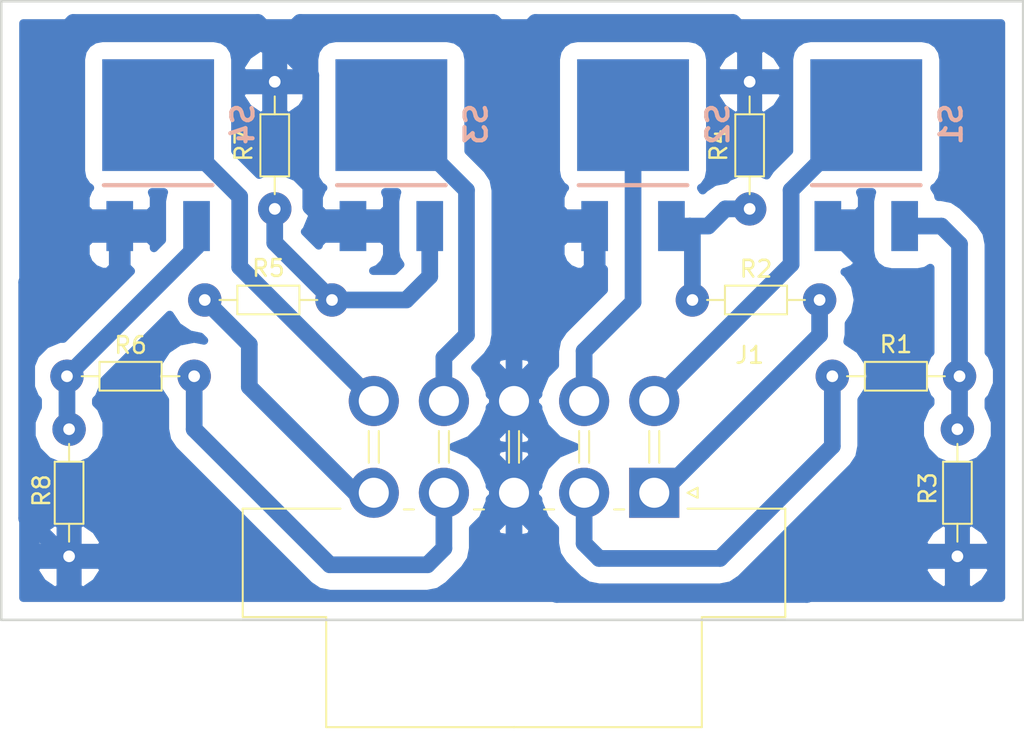
<source format=kicad_pcb>
(kicad_pcb (version 4) (host pcbnew 4.0.7-e2-6376~58~ubuntu16.04.1)

  (general
    (links 25)
    (no_connects 0)
    (area 113.970999 77.902999 175.335001 115.137001)
    (thickness 1.6)
    (drawings 5)
    (tracks 97)
    (zones 0)
    (modules 13)
    (nets 14)
  )

  (page A4)
  (title_block
    (title "EasyInjection Board")
    (date 2018-03-11)
    (rev v1.0)
    (company ddo)
    (comment 2 "To high-z injectors")
    (comment 3 "Based on VND5N07")
    (comment 4 "Fuel injectors drivers")
  )

  (layers
    (0 F.Cu signal)
    (31 B.Cu signal)
    (32 B.Adhes user)
    (33 F.Adhes user)
    (34 B.Paste user)
    (35 F.Paste user)
    (36 B.SilkS user)
    (37 F.SilkS user)
    (38 B.Mask user)
    (39 F.Mask user)
    (40 Dwgs.User user)
    (41 Cmts.User user)
    (42 Eco1.User user)
    (43 Eco2.User user)
    (44 Edge.Cuts user)
    (45 Margin user)
    (46 B.CrtYd user)
    (47 F.CrtYd user)
    (48 B.Fab user)
    (49 F.Fab user)
  )

  (setup
    (last_trace_width 1)
    (trace_clearance 0.5)
    (zone_clearance 1)
    (zone_45_only no)
    (trace_min 1)
    (segment_width 0.2)
    (edge_width 0.15)
    (via_size 0.6)
    (via_drill 0.4)
    (via_min_size 0.4)
    (via_min_drill 0.3)
    (uvia_size 0.3)
    (uvia_drill 0.1)
    (uvias_allowed no)
    (uvia_min_size 0.2)
    (uvia_min_drill 0.1)
    (pcb_text_width 0.3)
    (pcb_text_size 1.5 1.5)
    (mod_edge_width 0.15)
    (mod_text_size 1 1)
    (mod_text_width 0.15)
    (pad_size 1.524 1.524)
    (pad_drill 0.762)
    (pad_to_mask_clearance 0.2)
    (aux_axis_origin 0 0)
    (visible_elements FFFFFF7F)
    (pcbplotparams
      (layerselection 0x00030_80000001)
      (usegerberextensions false)
      (excludeedgelayer true)
      (linewidth 0.100000)
      (plotframeref false)
      (viasonmask false)
      (mode 1)
      (useauxorigin false)
      (hpglpennumber 1)
      (hpglpenspeed 20)
      (hpglpendiameter 15)
      (hpglpenoverlay 2)
      (psnegative false)
      (psa4output false)
      (plotreference true)
      (plotvalue true)
      (plotinvisibletext false)
      (padsonsilk false)
      (subtractmaskfromsilk false)
      (outputformat 1)
      (mirror false)
      (drillshape 1)
      (scaleselection 1)
      (outputdirectory ""))
  )

  (net 0 "")
  (net 1 CTRL_1)
  (net 2 CTRL_2)
  (net 3 CTRL_3)
  (net 4 CTRL_4)
  (net 5 GNDPWR)
  (net 6 OUT_1)
  (net 7 OUT_2)
  (net 8 OUT_3)
  (net 9 OUT_4)
  (net 10 "Net-(R1-Pad1)")
  (net 11 "Net-(R2-Pad1)")
  (net 12 "Net-(R5-Pad1)")
  (net 13 "Net-(R6-Pad1)")

  (net_class Default "This is the default net class."
    (clearance 0.5)
    (trace_width 1)
    (via_dia 0.6)
    (via_drill 0.4)
    (uvia_dia 0.3)
    (uvia_drill 0.1)
    (add_net CTRL_1)
    (add_net CTRL_2)
    (add_net CTRL_3)
    (add_net CTRL_4)
    (add_net GNDPWR)
    (add_net "Net-(R1-Pad1)")
    (add_net "Net-(R2-Pad1)")
    (add_net "Net-(R5-Pad1)")
    (add_net "Net-(R6-Pad1)")
    (add_net OUT_1)
    (add_net OUT_2)
    (add_net OUT_3)
    (add_net OUT_4)
  )

  (module Connectors_Molex:Molex_MiniFit-JR-5569-10A1_2x05x4.20mm_Angled (layer F.Cu) (tedit 5AA5888E) (tstamp 5AA56EDB)
    (at 153.162 107.442 180)
    (descr "Molex Mini-Fit JR, PN:5569-10A1, dual row, side entry type, through hole, with screw mount")
    (tags "connector molex mini-fit 5569")
    (path /5AA55E71)
    (fp_text reference J1 (at -5.715 8.255 180) (layer F.SilkS)
      (effects (font (size 1 1) (thickness 0.15)))
    )
    (fp_text value Conn_02x05_Top_Bottom (at 8.382 8.255 180) (layer F.Fab)
      (effects (font (size 1 1) (thickness 0.15)))
    )
    (fp_line (start 8.4 -14.05) (end -2.85 -14.05) (layer F.SilkS) (width 0.12))
    (fp_line (start -2.85 -14.05) (end -2.85 -7.45) (layer F.SilkS) (width 0.12))
    (fp_line (start -2.85 -7.45) (end -7.85 -7.45) (layer F.SilkS) (width 0.12))
    (fp_line (start -7.85 -7.45) (end -7.85 -0.95) (layer F.SilkS) (width 0.12))
    (fp_line (start -7.85 -0.95) (end -2 -0.95) (layer F.SilkS) (width 0.12))
    (fp_line (start 8.4 -14.05) (end 19.65 -14.05) (layer F.SilkS) (width 0.12))
    (fp_line (start 19.65 -14.05) (end 19.65 -7.45) (layer F.SilkS) (width 0.12))
    (fp_line (start 19.65 -7.45) (end 24.65 -7.45) (layer F.SilkS) (width 0.12))
    (fp_line (start 24.65 -7.45) (end 24.65 -0.95) (layer F.SilkS) (width 0.12))
    (fp_line (start 24.65 -0.95) (end 18.8 -0.95) (layer F.SilkS) (width 0.12))
    (fp_line (start 8.4 -13.9) (end -2.7 -13.9) (layer F.Fab) (width 0.1))
    (fp_line (start -2.7 -13.9) (end -2.7 -7.3) (layer F.Fab) (width 0.1))
    (fp_line (start -2.7 -7.3) (end -7.7 -7.3) (layer F.Fab) (width 0.1))
    (fp_line (start -7.7 -7.3) (end -7.7 -1.1) (layer F.Fab) (width 0.1))
    (fp_line (start -7.7 -1.1) (end 8.4 -1.1) (layer F.Fab) (width 0.1))
    (fp_line (start 8.4 -13.9) (end 19.5 -13.9) (layer F.Fab) (width 0.1))
    (fp_line (start 19.5 -13.9) (end 19.5 -7.3) (layer F.Fab) (width 0.1))
    (fp_line (start 19.5 -7.3) (end 24.5 -7.3) (layer F.Fab) (width 0.1))
    (fp_line (start 24.5 -7.3) (end 24.5 -1.1) (layer F.Fab) (width 0.1))
    (fp_line (start 24.5 -1.1) (end 8.4 -1.1) (layer F.Fab) (width 0.1))
    (fp_line (start -8.19 -14.39) (end -8.19 7.5) (layer F.CrtYd) (width 0.05))
    (fp_line (start -8.19 7.5) (end 25 7.5) (layer F.CrtYd) (width 0.05))
    (fp_line (start 25 7.5) (end 25 -14.39) (layer F.CrtYd) (width 0.05))
    (fp_line (start 25 -14.39) (end -8.19 -14.39) (layer F.CrtYd) (width 0.05))
    (fp_line (start -0.3 1.8) (end -0.3 3.7) (layer F.SilkS) (width 0.12))
    (fp_line (start 0.3 1.8) (end 0.3 3.7) (layer F.SilkS) (width 0.12))
    (fp_line (start 3.9 1.8) (end 3.9 3.7) (layer F.SilkS) (width 0.12))
    (fp_line (start 4.5 1.8) (end 4.5 3.7) (layer F.SilkS) (width 0.12))
    (fp_line (start 8.1 1.8) (end 8.1 3.7) (layer F.SilkS) (width 0.12))
    (fp_line (start 8.7 1.8) (end 8.7 3.7) (layer F.SilkS) (width 0.12))
    (fp_line (start 12.3 1.8) (end 12.3 3.7) (layer F.SilkS) (width 0.12))
    (fp_line (start 12.9 1.8) (end 12.9 3.7) (layer F.SilkS) (width 0.12))
    (fp_line (start 16.5 1.8) (end 16.5 3.7) (layer F.SilkS) (width 0.12))
    (fp_line (start 17.1 1.8) (end 17.1 3.7) (layer F.SilkS) (width 0.12))
    (fp_line (start 1.8 -1) (end 2.4 -1) (layer F.SilkS) (width 0.12))
    (fp_line (start 6 -1) (end 6.6 -1) (layer F.SilkS) (width 0.12))
    (fp_line (start 10.2 -1) (end 10.8 -1) (layer F.SilkS) (width 0.12))
    (fp_line (start 14.4 -1) (end 15 -1) (layer F.SilkS) (width 0.12))
    (fp_line (start -2 0) (end -2.6 0.3) (layer F.SilkS) (width 0.12))
    (fp_line (start -2.6 0.3) (end -2.6 -0.3) (layer F.SilkS) (width 0.12))
    (fp_line (start -2.6 -0.3) (end -2 0) (layer F.SilkS) (width 0.12))
    (fp_line (start -2 0) (end -2.6 0.3) (layer F.Fab) (width 0.1))
    (fp_line (start -2.6 0.3) (end -2.6 -0.3) (layer F.Fab) (width 0.1))
    (fp_line (start -2.6 -0.3) (end -2 0) (layer F.Fab) (width 0.1))
    (fp_text user %R (at 8.4 -4.5 180) (layer F.Fab)
      (effects (font (size 1 1) (thickness 0.15)))
    )
    (pad 1 thru_hole rect (at 0 0 180) (size 3 3) (drill 1.8) (layers *.Cu *.Mask)
      (net 2 CTRL_2))
    (pad 2 thru_hole circle (at 4.2 0 180) (size 3 3) (drill 1.8) (layers *.Cu *.Mask)
      (net 1 CTRL_1))
    (pad 3 thru_hole circle (at 8.4 0 180) (size 3 3) (drill 1.8) (layers *.Cu *.Mask)
      (net 5 GNDPWR))
    (pad 4 thru_hole circle (at 12.6 0 180) (size 3 3) (drill 1.8) (layers *.Cu *.Mask)
      (net 4 CTRL_4))
    (pad 5 thru_hole circle (at 16.8 0 180) (size 3 3) (drill 1.8) (layers *.Cu *.Mask)
      (net 3 CTRL_3))
    (pad 6 thru_hole circle (at 0 5.5 180) (size 3 3) (drill 1.8) (layers *.Cu *.Mask)
      (net 6 OUT_1))
    (pad 7 thru_hole circle (at 4.2 5.5 180) (size 3 3) (drill 1.8) (layers *.Cu *.Mask)
      (net 7 OUT_2))
    (pad 8 thru_hole circle (at 8.4 5.5 180) (size 3 3) (drill 1.8) (layers *.Cu *.Mask)
      (net 5 GNDPWR))
    (pad 9 thru_hole circle (at 12.6 5.5 180) (size 3 3) (drill 1.8) (layers *.Cu *.Mask)
      (net 8 OUT_3))
    (pad 10 thru_hole circle (at 16.8 5.5 180) (size 3 3) (drill 1.8) (layers *.Cu *.Mask)
      (net 9 OUT_4))
    (model ${KISYS3DMOD}/Connectors_Molex.3dshapes/Molex_MiniFit-JR-5569-10A1_2x05x4.20mm_Angled.wrl
      (at (xyz 0 0 0))
      (scale (xyz 1 1 1))
      (rotate (xyz 0 0 0))
    )
  )

  (module "VND5N07:VND5N07_TO-252-(DPAK)" (layer B.Cu) (tedit 5AA5755B) (tstamp 5AA57656)
    (at 165.862 82.804 270)
    (descr "TO-252-(DPAK)")
    (tags Switch)
    (path /5AA5495E)
    (attr smd)
    (fp_text reference S1 (at 2.54 -5.08 270) (layer B.SilkS)
      (effects (font (size 1.27 1.27) (thickness 0.254)) (justify mirror))
    )
    (fp_text value VND5N07 (at 2.54 5.08 270) (layer B.SilkS) hide
      (effects (font (size 1.27 1.27) (thickness 0.254)) (justify mirror))
    )
    (fp_line (start 0 3.25) (end 6.2 3.25) (layer Dwgs.User) (width 0.254))
    (fp_line (start 6.2 3.25) (end 6.2 -3.25) (layer Dwgs.User) (width 0.254))
    (fp_line (start 6.2 -3.25) (end 0 -3.25) (layer Dwgs.User) (width 0.254))
    (fp_line (start 0 -3.25) (end 0 3.25) (layer Dwgs.User) (width 0.254))
    (fp_line (start 6.2 3.25) (end 6.2 -3.25) (layer B.SilkS) (width 0.254))
    (pad 1 smd rect (at 8.65 -2.3 180) (size 1.6 3) (layers B.Cu B.Paste B.Mask)
      (net 10 "Net-(R1-Pad1)"))
    (pad 3 smd rect (at 8.65 2.3 180) (size 1.6 3) (layers B.Cu B.Paste B.Mask)
      (net 5 GNDPWR))
    (pad 2 smd rect (at 2 0 180) (size 6.7 6.7) (layers B.Cu B.Paste B.Mask)
      (net 6 OUT_1))
  )

  (module "VND5N07:VND5N07_TO-252-(DPAK)" (layer B.Cu) (tedit 5AA5755B) (tstamp 5AA576EA)
    (at 151.892 82.804 270)
    (descr "TO-252-(DPAK)")
    (tags Switch)
    (path /5AA54A41)
    (attr smd)
    (fp_text reference S2 (at 2.54 -5.08 270) (layer B.SilkS)
      (effects (font (size 1.27 1.27) (thickness 0.254)) (justify mirror))
    )
    (fp_text value VND5N07 (at 2.54 5.08 270) (layer B.SilkS) hide
      (effects (font (size 1.27 1.27) (thickness 0.254)) (justify mirror))
    )
    (fp_line (start 0 3.25) (end 6.2 3.25) (layer Dwgs.User) (width 0.254))
    (fp_line (start 6.2 3.25) (end 6.2 -3.25) (layer Dwgs.User) (width 0.254))
    (fp_line (start 6.2 -3.25) (end 0 -3.25) (layer Dwgs.User) (width 0.254))
    (fp_line (start 0 -3.25) (end 0 3.25) (layer Dwgs.User) (width 0.254))
    (fp_line (start 6.2 3.25) (end 6.2 -3.25) (layer B.SilkS) (width 0.254))
    (pad 1 smd rect (at 8.65 -2.3 180) (size 1.6 3) (layers B.Cu B.Paste B.Mask)
      (net 11 "Net-(R2-Pad1)"))
    (pad 3 smd rect (at 8.65 2.3 180) (size 1.6 3) (layers B.Cu B.Paste B.Mask)
      (net 5 GNDPWR))
    (pad 2 smd rect (at 2 0 180) (size 6.7 6.7) (layers B.Cu B.Paste B.Mask)
      (net 7 OUT_2))
  )

  (module "VND5N07:VND5N07_TO-252-(DPAK)" (layer B.Cu) (tedit 5AA5755B) (tstamp 5AA57788)
    (at 137.414 82.804 270)
    (descr "TO-252-(DPAK)")
    (tags Switch)
    (path /5AA549D3)
    (attr smd)
    (fp_text reference S3 (at 2.54 -5.08 270) (layer B.SilkS)
      (effects (font (size 1.27 1.27) (thickness 0.254)) (justify mirror))
    )
    (fp_text value VND5N07 (at 2.54 5.08 270) (layer B.SilkS) hide
      (effects (font (size 1.27 1.27) (thickness 0.254)) (justify mirror))
    )
    (fp_line (start 0 3.25) (end 6.2 3.25) (layer Dwgs.User) (width 0.254))
    (fp_line (start 6.2 3.25) (end 6.2 -3.25) (layer Dwgs.User) (width 0.254))
    (fp_line (start 6.2 -3.25) (end 0 -3.25) (layer Dwgs.User) (width 0.254))
    (fp_line (start 0 -3.25) (end 0 3.25) (layer Dwgs.User) (width 0.254))
    (fp_line (start 6.2 3.25) (end 6.2 -3.25) (layer B.SilkS) (width 0.254))
    (pad 1 smd rect (at 8.65 -2.3 180) (size 1.6 3) (layers B.Cu B.Paste B.Mask)
      (net 12 "Net-(R5-Pad1)"))
    (pad 3 smd rect (at 8.65 2.3 180) (size 1.6 3) (layers B.Cu B.Paste B.Mask)
      (net 5 GNDPWR))
    (pad 2 smd rect (at 2 0 180) (size 6.7 6.7) (layers B.Cu B.Paste B.Mask)
      (net 8 OUT_3))
  )

  (module "VND5N07:VND5N07_TO-252-(DPAK)" (layer B.Cu) (tedit 5AA5755B) (tstamp 5AA57810)
    (at 123.444 82.804 270)
    (descr "TO-252-(DPAK)")
    (tags Switch)
    (path /5AA54AC0)
    (attr smd)
    (fp_text reference S4 (at 2.54 -5.08 270) (layer B.SilkS)
      (effects (font (size 1.27 1.27) (thickness 0.254)) (justify mirror))
    )
    (fp_text value VND5N07 (at 2.54 5.08 270) (layer B.SilkS) hide
      (effects (font (size 1.27 1.27) (thickness 0.254)) (justify mirror))
    )
    (fp_line (start 0 3.25) (end 6.2 3.25) (layer Dwgs.User) (width 0.254))
    (fp_line (start 6.2 3.25) (end 6.2 -3.25) (layer Dwgs.User) (width 0.254))
    (fp_line (start 6.2 -3.25) (end 0 -3.25) (layer Dwgs.User) (width 0.254))
    (fp_line (start 0 -3.25) (end 0 3.25) (layer Dwgs.User) (width 0.254))
    (fp_line (start 6.2 3.25) (end 6.2 -3.25) (layer B.SilkS) (width 0.254))
    (pad 1 smd rect (at 8.65 -2.3 180) (size 1.6 3) (layers B.Cu B.Paste B.Mask)
      (net 13 "Net-(R6-Pad1)"))
    (pad 3 smd rect (at 8.65 2.3 180) (size 1.6 3) (layers B.Cu B.Paste B.Mask)
      (net 5 GNDPWR))
    (pad 2 smd rect (at 2 0 180) (size 6.7 6.7) (layers B.Cu B.Paste B.Mask)
      (net 9 OUT_4))
  )

  (module VND5N07:R_Axial_DIN0204_L3.6mm_D1.6mm_P7.62mm_Horizontal (layer F.Cu) (tedit 5AA58851) (tstamp 5AA58920)
    (at 171.45 100.457 180)
    (descr "Resistor, Axial_DIN0204 series, Axial, Horizontal, pin pitch=7.62mm, 0.16666666666666666W = 1/6W, length*diameter=3.6*1.6mm^2, http://cdn-reichelt.de/documents/datenblatt/B400/1_4W%23YAG.pdf")
    (tags "Resistor Axial_DIN0204 series Axial Horizontal pin pitch 7.62mm 0.16666666666666666W = 1/6W length 3.6mm diameter 1.6mm")
    (path /5AA56377)
    (fp_text reference R1 (at 3.81 1.905 180) (layer F.SilkS)
      (effects (font (size 1 1) (thickness 0.15)))
    )
    (fp_text value 1k (at 4.064 -1.778 180) (layer F.Fab)
      (effects (font (size 1 1) (thickness 0.15)))
    )
    (fp_line (start 2.01 -0.8) (end 2.01 0.8) (layer F.Fab) (width 0.1))
    (fp_line (start 2.01 0.8) (end 5.61 0.8) (layer F.Fab) (width 0.1))
    (fp_line (start 5.61 0.8) (end 5.61 -0.8) (layer F.Fab) (width 0.1))
    (fp_line (start 5.61 -0.8) (end 2.01 -0.8) (layer F.Fab) (width 0.1))
    (fp_line (start 0 0) (end 2.01 0) (layer F.Fab) (width 0.1))
    (fp_line (start 7.62 0) (end 5.61 0) (layer F.Fab) (width 0.1))
    (fp_line (start 1.95 -0.86) (end 1.95 0.86) (layer F.SilkS) (width 0.12))
    (fp_line (start 1.95 0.86) (end 5.67 0.86) (layer F.SilkS) (width 0.12))
    (fp_line (start 5.67 0.86) (end 5.67 -0.86) (layer F.SilkS) (width 0.12))
    (fp_line (start 5.67 -0.86) (end 1.95 -0.86) (layer F.SilkS) (width 0.12))
    (fp_line (start 0.88 0) (end 1.95 0) (layer F.SilkS) (width 0.12))
    (fp_line (start 6.74 0) (end 5.67 0) (layer F.SilkS) (width 0.12))
    (fp_line (start -0.95 -1.15) (end -0.95 1.15) (layer F.CrtYd) (width 0.05))
    (fp_line (start -0.95 1.15) (end 8.6 1.15) (layer F.CrtYd) (width 0.05))
    (fp_line (start 8.6 1.15) (end 8.6 -1.15) (layer F.CrtYd) (width 0.05))
    (fp_line (start 8.6 -1.15) (end -0.95 -1.15) (layer F.CrtYd) (width 0.05))
    (pad 1 thru_hole circle (at 0 0 180) (size 2 2) (drill 0.7) (layers *.Cu *.Mask)
      (net 10 "Net-(R1-Pad1)"))
    (pad 2 thru_hole oval (at 7.62 0 180) (size 2 2) (drill 0.7) (layers *.Cu *.Mask)
      (net 1 CTRL_1))
    (model ${KISYS3DMOD}/Resistors_THT.3dshapes/R_Axial_DIN0204_L3.6mm_D1.6mm_P7.62mm_Horizontal.wrl
      (at (xyz 0 0 0))
      (scale (xyz 0.393701 0.393701 0.393701))
      (rotate (xyz 0 0 0))
    )
  )

  (module VND5N07:R_Axial_DIN0204_L3.6mm_D1.6mm_P7.62mm_Horizontal (layer F.Cu) (tedit 5AA5870C) (tstamp 5AA58935)
    (at 155.448 95.885)
    (descr "Resistor, Axial_DIN0204 series, Axial, Horizontal, pin pitch=7.62mm, 0.16666666666666666W = 1/6W, length*diameter=3.6*1.6mm^2, http://cdn-reichelt.de/documents/datenblatt/B400/1_4W%23YAG.pdf")
    (tags "Resistor Axial_DIN0204 series Axial Horizontal pin pitch 7.62mm 0.16666666666666666W = 1/6W length 3.6mm diameter 1.6mm")
    (path /5AA55683)
    (fp_text reference R2 (at 3.81 -1.86) (layer F.SilkS)
      (effects (font (size 1 1) (thickness 0.15)))
    )
    (fp_text value 1k (at 3.81 1.86) (layer F.Fab)
      (effects (font (size 1 1) (thickness 0.15)))
    )
    (fp_line (start 2.01 -0.8) (end 2.01 0.8) (layer F.Fab) (width 0.1))
    (fp_line (start 2.01 0.8) (end 5.61 0.8) (layer F.Fab) (width 0.1))
    (fp_line (start 5.61 0.8) (end 5.61 -0.8) (layer F.Fab) (width 0.1))
    (fp_line (start 5.61 -0.8) (end 2.01 -0.8) (layer F.Fab) (width 0.1))
    (fp_line (start 0 0) (end 2.01 0) (layer F.Fab) (width 0.1))
    (fp_line (start 7.62 0) (end 5.61 0) (layer F.Fab) (width 0.1))
    (fp_line (start 1.95 -0.86) (end 1.95 0.86) (layer F.SilkS) (width 0.12))
    (fp_line (start 1.95 0.86) (end 5.67 0.86) (layer F.SilkS) (width 0.12))
    (fp_line (start 5.67 0.86) (end 5.67 -0.86) (layer F.SilkS) (width 0.12))
    (fp_line (start 5.67 -0.86) (end 1.95 -0.86) (layer F.SilkS) (width 0.12))
    (fp_line (start 0.88 0) (end 1.95 0) (layer F.SilkS) (width 0.12))
    (fp_line (start 6.74 0) (end 5.67 0) (layer F.SilkS) (width 0.12))
    (fp_line (start -0.95 -1.15) (end -0.95 1.15) (layer F.CrtYd) (width 0.05))
    (fp_line (start -0.95 1.15) (end 8.6 1.15) (layer F.CrtYd) (width 0.05))
    (fp_line (start 8.6 1.15) (end 8.6 -1.15) (layer F.CrtYd) (width 0.05))
    (fp_line (start 8.6 -1.15) (end -0.95 -1.15) (layer F.CrtYd) (width 0.05))
    (pad 1 thru_hole circle (at 0 0) (size 2 2) (drill 0.7) (layers *.Cu *.Mask)
      (net 11 "Net-(R2-Pad1)"))
    (pad 2 thru_hole oval (at 7.62 0) (size 2 2) (drill 0.7) (layers *.Cu *.Mask)
      (net 2 CTRL_2))
    (model ${KISYS3DMOD}/Resistors_THT.3dshapes/R_Axial_DIN0204_L3.6mm_D1.6mm_P7.62mm_Horizontal.wrl
      (at (xyz 0 0 0))
      (scale (xyz 0.393701 0.393701 0.393701))
      (rotate (xyz 0 0 0))
    )
  )

  (module VND5N07:R_Axial_DIN0204_L3.6mm_D1.6mm_P7.62mm_Horizontal (layer F.Cu) (tedit 5AA5885B) (tstamp 5AA5894A)
    (at 171.323 103.632 270)
    (descr "Resistor, Axial_DIN0204 series, Axial, Horizontal, pin pitch=7.62mm, 0.16666666666666666W = 1/6W, length*diameter=3.6*1.6mm^2, http://cdn-reichelt.de/documents/datenblatt/B400/1_4W%23YAG.pdf")
    (tags "Resistor Axial_DIN0204 series Axial Horizontal pin pitch 7.62mm 0.16666666666666666W = 1/6W length 3.6mm diameter 1.6mm")
    (path /5AA56371)
    (fp_text reference R3 (at 3.556 1.778 270) (layer F.SilkS)
      (effects (font (size 1 1) (thickness 0.15)))
    )
    (fp_text value 100k (at 3.683 -1.778 270) (layer F.Fab)
      (effects (font (size 1 1) (thickness 0.15)))
    )
    (fp_line (start 2.01 -0.8) (end 2.01 0.8) (layer F.Fab) (width 0.1))
    (fp_line (start 2.01 0.8) (end 5.61 0.8) (layer F.Fab) (width 0.1))
    (fp_line (start 5.61 0.8) (end 5.61 -0.8) (layer F.Fab) (width 0.1))
    (fp_line (start 5.61 -0.8) (end 2.01 -0.8) (layer F.Fab) (width 0.1))
    (fp_line (start 0 0) (end 2.01 0) (layer F.Fab) (width 0.1))
    (fp_line (start 7.62 0) (end 5.61 0) (layer F.Fab) (width 0.1))
    (fp_line (start 1.95 -0.86) (end 1.95 0.86) (layer F.SilkS) (width 0.12))
    (fp_line (start 1.95 0.86) (end 5.67 0.86) (layer F.SilkS) (width 0.12))
    (fp_line (start 5.67 0.86) (end 5.67 -0.86) (layer F.SilkS) (width 0.12))
    (fp_line (start 5.67 -0.86) (end 1.95 -0.86) (layer F.SilkS) (width 0.12))
    (fp_line (start 0.88 0) (end 1.95 0) (layer F.SilkS) (width 0.12))
    (fp_line (start 6.74 0) (end 5.67 0) (layer F.SilkS) (width 0.12))
    (fp_line (start -0.95 -1.15) (end -0.95 1.15) (layer F.CrtYd) (width 0.05))
    (fp_line (start -0.95 1.15) (end 8.6 1.15) (layer F.CrtYd) (width 0.05))
    (fp_line (start 8.6 1.15) (end 8.6 -1.15) (layer F.CrtYd) (width 0.05))
    (fp_line (start 8.6 -1.15) (end -0.95 -1.15) (layer F.CrtYd) (width 0.05))
    (pad 1 thru_hole circle (at 0 0 270) (size 2 2) (drill 0.7) (layers *.Cu *.Mask)
      (net 10 "Net-(R1-Pad1)"))
    (pad 2 thru_hole oval (at 7.62 0 270) (size 2 2) (drill 0.7) (layers *.Cu *.Mask)
      (net 5 GNDPWR))
    (model ${KISYS3DMOD}/Resistors_THT.3dshapes/R_Axial_DIN0204_L3.6mm_D1.6mm_P7.62mm_Horizontal.wrl
      (at (xyz 0 0 0))
      (scale (xyz 0.393701 0.393701 0.393701))
      (rotate (xyz 0 0 0))
    )
  )

  (module VND5N07:R_Axial_DIN0204_L3.6mm_D1.6mm_P7.62mm_Horizontal (layer F.Cu) (tedit 5AA5870C) (tstamp 5AA5895F)
    (at 158.877 90.424 90)
    (descr "Resistor, Axial_DIN0204 series, Axial, Horizontal, pin pitch=7.62mm, 0.16666666666666666W = 1/6W, length*diameter=3.6*1.6mm^2, http://cdn-reichelt.de/documents/datenblatt/B400/1_4W%23YAG.pdf")
    (tags "Resistor Axial_DIN0204 series Axial Horizontal pin pitch 7.62mm 0.16666666666666666W = 1/6W length 3.6mm diameter 1.6mm")
    (path /5AA5563C)
    (fp_text reference R4 (at 3.81 -1.86 90) (layer F.SilkS)
      (effects (font (size 1 1) (thickness 0.15)))
    )
    (fp_text value 100k (at 3.81 1.86 90) (layer F.Fab)
      (effects (font (size 1 1) (thickness 0.15)))
    )
    (fp_line (start 2.01 -0.8) (end 2.01 0.8) (layer F.Fab) (width 0.1))
    (fp_line (start 2.01 0.8) (end 5.61 0.8) (layer F.Fab) (width 0.1))
    (fp_line (start 5.61 0.8) (end 5.61 -0.8) (layer F.Fab) (width 0.1))
    (fp_line (start 5.61 -0.8) (end 2.01 -0.8) (layer F.Fab) (width 0.1))
    (fp_line (start 0 0) (end 2.01 0) (layer F.Fab) (width 0.1))
    (fp_line (start 7.62 0) (end 5.61 0) (layer F.Fab) (width 0.1))
    (fp_line (start 1.95 -0.86) (end 1.95 0.86) (layer F.SilkS) (width 0.12))
    (fp_line (start 1.95 0.86) (end 5.67 0.86) (layer F.SilkS) (width 0.12))
    (fp_line (start 5.67 0.86) (end 5.67 -0.86) (layer F.SilkS) (width 0.12))
    (fp_line (start 5.67 -0.86) (end 1.95 -0.86) (layer F.SilkS) (width 0.12))
    (fp_line (start 0.88 0) (end 1.95 0) (layer F.SilkS) (width 0.12))
    (fp_line (start 6.74 0) (end 5.67 0) (layer F.SilkS) (width 0.12))
    (fp_line (start -0.95 -1.15) (end -0.95 1.15) (layer F.CrtYd) (width 0.05))
    (fp_line (start -0.95 1.15) (end 8.6 1.15) (layer F.CrtYd) (width 0.05))
    (fp_line (start 8.6 1.15) (end 8.6 -1.15) (layer F.CrtYd) (width 0.05))
    (fp_line (start 8.6 -1.15) (end -0.95 -1.15) (layer F.CrtYd) (width 0.05))
    (pad 1 thru_hole circle (at 0 0 90) (size 2 2) (drill 0.7) (layers *.Cu *.Mask)
      (net 11 "Net-(R2-Pad1)"))
    (pad 2 thru_hole oval (at 7.62 0 90) (size 2 2) (drill 0.7) (layers *.Cu *.Mask)
      (net 5 GNDPWR))
    (model ${KISYS3DMOD}/Resistors_THT.3dshapes/R_Axial_DIN0204_L3.6mm_D1.6mm_P7.62mm_Horizontal.wrl
      (at (xyz 0 0 0))
      (scale (xyz 0.393701 0.393701 0.393701))
      (rotate (xyz 0 0 0))
    )
  )

  (module VND5N07:R_Axial_DIN0204_L3.6mm_D1.6mm_P7.62mm_Horizontal (layer F.Cu) (tedit 5AA58865) (tstamp 5AA58974)
    (at 133.858 95.885 180)
    (descr "Resistor, Axial_DIN0204 series, Axial, Horizontal, pin pitch=7.62mm, 0.16666666666666666W = 1/6W, length*diameter=3.6*1.6mm^2, http://cdn-reichelt.de/documents/datenblatt/B400/1_4W%23YAG.pdf")
    (tags "Resistor Axial_DIN0204 series Axial Horizontal pin pitch 7.62mm 0.16666666666666666W = 1/6W length 3.6mm diameter 1.6mm")
    (path /5AA5669A)
    (fp_text reference R5 (at 3.81 1.905 180) (layer F.SilkS)
      (effects (font (size 1 1) (thickness 0.15)))
    )
    (fp_text value 1k (at 3.937 -1.778 180) (layer F.Fab)
      (effects (font (size 1 1) (thickness 0.15)))
    )
    (fp_line (start 2.01 -0.8) (end 2.01 0.8) (layer F.Fab) (width 0.1))
    (fp_line (start 2.01 0.8) (end 5.61 0.8) (layer F.Fab) (width 0.1))
    (fp_line (start 5.61 0.8) (end 5.61 -0.8) (layer F.Fab) (width 0.1))
    (fp_line (start 5.61 -0.8) (end 2.01 -0.8) (layer F.Fab) (width 0.1))
    (fp_line (start 0 0) (end 2.01 0) (layer F.Fab) (width 0.1))
    (fp_line (start 7.62 0) (end 5.61 0) (layer F.Fab) (width 0.1))
    (fp_line (start 1.95 -0.86) (end 1.95 0.86) (layer F.SilkS) (width 0.12))
    (fp_line (start 1.95 0.86) (end 5.67 0.86) (layer F.SilkS) (width 0.12))
    (fp_line (start 5.67 0.86) (end 5.67 -0.86) (layer F.SilkS) (width 0.12))
    (fp_line (start 5.67 -0.86) (end 1.95 -0.86) (layer F.SilkS) (width 0.12))
    (fp_line (start 0.88 0) (end 1.95 0) (layer F.SilkS) (width 0.12))
    (fp_line (start 6.74 0) (end 5.67 0) (layer F.SilkS) (width 0.12))
    (fp_line (start -0.95 -1.15) (end -0.95 1.15) (layer F.CrtYd) (width 0.05))
    (fp_line (start -0.95 1.15) (end 8.6 1.15) (layer F.CrtYd) (width 0.05))
    (fp_line (start 8.6 1.15) (end 8.6 -1.15) (layer F.CrtYd) (width 0.05))
    (fp_line (start 8.6 -1.15) (end -0.95 -1.15) (layer F.CrtYd) (width 0.05))
    (pad 1 thru_hole circle (at 0 0 180) (size 2 2) (drill 0.7) (layers *.Cu *.Mask)
      (net 12 "Net-(R5-Pad1)"))
    (pad 2 thru_hole oval (at 7.62 0 180) (size 2 2) (drill 0.7) (layers *.Cu *.Mask)
      (net 3 CTRL_3))
    (model ${KISYS3DMOD}/Resistors_THT.3dshapes/R_Axial_DIN0204_L3.6mm_D1.6mm_P7.62mm_Horizontal.wrl
      (at (xyz 0 0 0))
      (scale (xyz 0.393701 0.393701 0.393701))
      (rotate (xyz 0 0 0))
    )
  )

  (module VND5N07:R_Axial_DIN0204_L3.6mm_D1.6mm_P7.62mm_Horizontal (layer F.Cu) (tedit 5AA5870C) (tstamp 5AA58989)
    (at 117.983 100.457)
    (descr "Resistor, Axial_DIN0204 series, Axial, Horizontal, pin pitch=7.62mm, 0.16666666666666666W = 1/6W, length*diameter=3.6*1.6mm^2, http://cdn-reichelt.de/documents/datenblatt/B400/1_4W%23YAG.pdf")
    (tags "Resistor Axial_DIN0204 series Axial Horizontal pin pitch 7.62mm 0.16666666666666666W = 1/6W length 3.6mm diameter 1.6mm")
    (path /5AA564A1)
    (fp_text reference R6 (at 3.81 -1.86) (layer F.SilkS)
      (effects (font (size 1 1) (thickness 0.15)))
    )
    (fp_text value 1k (at 3.81 1.86) (layer F.Fab)
      (effects (font (size 1 1) (thickness 0.15)))
    )
    (fp_line (start 2.01 -0.8) (end 2.01 0.8) (layer F.Fab) (width 0.1))
    (fp_line (start 2.01 0.8) (end 5.61 0.8) (layer F.Fab) (width 0.1))
    (fp_line (start 5.61 0.8) (end 5.61 -0.8) (layer F.Fab) (width 0.1))
    (fp_line (start 5.61 -0.8) (end 2.01 -0.8) (layer F.Fab) (width 0.1))
    (fp_line (start 0 0) (end 2.01 0) (layer F.Fab) (width 0.1))
    (fp_line (start 7.62 0) (end 5.61 0) (layer F.Fab) (width 0.1))
    (fp_line (start 1.95 -0.86) (end 1.95 0.86) (layer F.SilkS) (width 0.12))
    (fp_line (start 1.95 0.86) (end 5.67 0.86) (layer F.SilkS) (width 0.12))
    (fp_line (start 5.67 0.86) (end 5.67 -0.86) (layer F.SilkS) (width 0.12))
    (fp_line (start 5.67 -0.86) (end 1.95 -0.86) (layer F.SilkS) (width 0.12))
    (fp_line (start 0.88 0) (end 1.95 0) (layer F.SilkS) (width 0.12))
    (fp_line (start 6.74 0) (end 5.67 0) (layer F.SilkS) (width 0.12))
    (fp_line (start -0.95 -1.15) (end -0.95 1.15) (layer F.CrtYd) (width 0.05))
    (fp_line (start -0.95 1.15) (end 8.6 1.15) (layer F.CrtYd) (width 0.05))
    (fp_line (start 8.6 1.15) (end 8.6 -1.15) (layer F.CrtYd) (width 0.05))
    (fp_line (start 8.6 -1.15) (end -0.95 -1.15) (layer F.CrtYd) (width 0.05))
    (pad 1 thru_hole circle (at 0 0) (size 2 2) (drill 0.7) (layers *.Cu *.Mask)
      (net 13 "Net-(R6-Pad1)"))
    (pad 2 thru_hole oval (at 7.62 0) (size 2 2) (drill 0.7) (layers *.Cu *.Mask)
      (net 4 CTRL_4))
    (model ${KISYS3DMOD}/Resistors_THT.3dshapes/R_Axial_DIN0204_L3.6mm_D1.6mm_P7.62mm_Horizontal.wrl
      (at (xyz 0 0 0))
      (scale (xyz 0.393701 0.393701 0.393701))
      (rotate (xyz 0 0 0))
    )
  )

  (module VND5N07:R_Axial_DIN0204_L3.6mm_D1.6mm_P7.62mm_Horizontal (layer F.Cu) (tedit 5AA5870C) (tstamp 5AA5899E)
    (at 130.429 90.424 90)
    (descr "Resistor, Axial_DIN0204 series, Axial, Horizontal, pin pitch=7.62mm, 0.16666666666666666W = 1/6W, length*diameter=3.6*1.6mm^2, http://cdn-reichelt.de/documents/datenblatt/B400/1_4W%23YAG.pdf")
    (tags "Resistor Axial_DIN0204 series Axial Horizontal pin pitch 7.62mm 0.16666666666666666W = 1/6W length 3.6mm diameter 1.6mm")
    (path /5AA56694)
    (fp_text reference R7 (at 3.81 -1.86 90) (layer F.SilkS)
      (effects (font (size 1 1) (thickness 0.15)))
    )
    (fp_text value 100k (at 3.81 1.86 90) (layer F.Fab)
      (effects (font (size 1 1) (thickness 0.15)))
    )
    (fp_line (start 2.01 -0.8) (end 2.01 0.8) (layer F.Fab) (width 0.1))
    (fp_line (start 2.01 0.8) (end 5.61 0.8) (layer F.Fab) (width 0.1))
    (fp_line (start 5.61 0.8) (end 5.61 -0.8) (layer F.Fab) (width 0.1))
    (fp_line (start 5.61 -0.8) (end 2.01 -0.8) (layer F.Fab) (width 0.1))
    (fp_line (start 0 0) (end 2.01 0) (layer F.Fab) (width 0.1))
    (fp_line (start 7.62 0) (end 5.61 0) (layer F.Fab) (width 0.1))
    (fp_line (start 1.95 -0.86) (end 1.95 0.86) (layer F.SilkS) (width 0.12))
    (fp_line (start 1.95 0.86) (end 5.67 0.86) (layer F.SilkS) (width 0.12))
    (fp_line (start 5.67 0.86) (end 5.67 -0.86) (layer F.SilkS) (width 0.12))
    (fp_line (start 5.67 -0.86) (end 1.95 -0.86) (layer F.SilkS) (width 0.12))
    (fp_line (start 0.88 0) (end 1.95 0) (layer F.SilkS) (width 0.12))
    (fp_line (start 6.74 0) (end 5.67 0) (layer F.SilkS) (width 0.12))
    (fp_line (start -0.95 -1.15) (end -0.95 1.15) (layer F.CrtYd) (width 0.05))
    (fp_line (start -0.95 1.15) (end 8.6 1.15) (layer F.CrtYd) (width 0.05))
    (fp_line (start 8.6 1.15) (end 8.6 -1.15) (layer F.CrtYd) (width 0.05))
    (fp_line (start 8.6 -1.15) (end -0.95 -1.15) (layer F.CrtYd) (width 0.05))
    (pad 1 thru_hole circle (at 0 0 90) (size 2 2) (drill 0.7) (layers *.Cu *.Mask)
      (net 12 "Net-(R5-Pad1)"))
    (pad 2 thru_hole oval (at 7.62 0 90) (size 2 2) (drill 0.7) (layers *.Cu *.Mask)
      (net 5 GNDPWR))
    (model ${KISYS3DMOD}/Resistors_THT.3dshapes/R_Axial_DIN0204_L3.6mm_D1.6mm_P7.62mm_Horizontal.wrl
      (at (xyz 0 0 0))
      (scale (xyz 0.393701 0.393701 0.393701))
      (rotate (xyz 0 0 0))
    )
  )

  (module VND5N07:R_Axial_DIN0204_L3.6mm_D1.6mm_P7.62mm_Horizontal (layer F.Cu) (tedit 5AA5886E) (tstamp 5AA589B3)
    (at 118.11 103.632 270)
    (descr "Resistor, Axial_DIN0204 series, Axial, Horizontal, pin pitch=7.62mm, 0.16666666666666666W = 1/6W, length*diameter=3.6*1.6mm^2, http://cdn-reichelt.de/documents/datenblatt/B400/1_4W%23YAG.pdf")
    (tags "Resistor Axial_DIN0204 series Axial Horizontal pin pitch 7.62mm 0.16666666666666666W = 1/6W length 3.6mm diameter 1.6mm")
    (path /5AA5649B)
    (fp_text reference R8 (at 3.683 1.651 270) (layer F.SilkS)
      (effects (font (size 1 1) (thickness 0.15)))
    )
    (fp_text value 100k (at 3.683 -1.651 270) (layer F.Fab)
      (effects (font (size 1 1) (thickness 0.15)))
    )
    (fp_line (start 2.01 -0.8) (end 2.01 0.8) (layer F.Fab) (width 0.1))
    (fp_line (start 2.01 0.8) (end 5.61 0.8) (layer F.Fab) (width 0.1))
    (fp_line (start 5.61 0.8) (end 5.61 -0.8) (layer F.Fab) (width 0.1))
    (fp_line (start 5.61 -0.8) (end 2.01 -0.8) (layer F.Fab) (width 0.1))
    (fp_line (start 0 0) (end 2.01 0) (layer F.Fab) (width 0.1))
    (fp_line (start 7.62 0) (end 5.61 0) (layer F.Fab) (width 0.1))
    (fp_line (start 1.95 -0.86) (end 1.95 0.86) (layer F.SilkS) (width 0.12))
    (fp_line (start 1.95 0.86) (end 5.67 0.86) (layer F.SilkS) (width 0.12))
    (fp_line (start 5.67 0.86) (end 5.67 -0.86) (layer F.SilkS) (width 0.12))
    (fp_line (start 5.67 -0.86) (end 1.95 -0.86) (layer F.SilkS) (width 0.12))
    (fp_line (start 0.88 0) (end 1.95 0) (layer F.SilkS) (width 0.12))
    (fp_line (start 6.74 0) (end 5.67 0) (layer F.SilkS) (width 0.12))
    (fp_line (start -0.95 -1.15) (end -0.95 1.15) (layer F.CrtYd) (width 0.05))
    (fp_line (start -0.95 1.15) (end 8.6 1.15) (layer F.CrtYd) (width 0.05))
    (fp_line (start 8.6 1.15) (end 8.6 -1.15) (layer F.CrtYd) (width 0.05))
    (fp_line (start 8.6 -1.15) (end -0.95 -1.15) (layer F.CrtYd) (width 0.05))
    (pad 1 thru_hole circle (at 0 0 270) (size 2 2) (drill 0.7) (layers *.Cu *.Mask)
      (net 13 "Net-(R6-Pad1)"))
    (pad 2 thru_hole oval (at 7.62 0 270) (size 2 2) (drill 0.7) (layers *.Cu *.Mask)
      (net 5 GNDPWR))
    (model ${KISYS3DMOD}/Resistors_THT.3dshapes/R_Axial_DIN0204_L3.6mm_D1.6mm_P7.62mm_Horizontal.wrl
      (at (xyz 0 0 0))
      (scale (xyz 0.393701 0.393701 0.393701))
      (rotate (xyz 0 0 0))
    )
  )

  (gr_line (start 175.26 77.978) (end 114.046 77.978) (angle 90) (layer Edge.Cuts) (width 0.15))
  (gr_line (start 175.26 115.062) (end 175.26 77.978) (angle 90) (layer Edge.Cuts) (width 0.15))
  (gr_line (start 114.173 115.062) (end 175.26 115.062) (angle 90) (layer Edge.Cuts) (width 0.15))
  (gr_line (start 114.046 115.062) (end 114.173 115.062) (angle 90) (layer Edge.Cuts) (width 0.15))
  (gr_line (start 114.046 77.978) (end 114.046 115.062) (angle 90) (layer Edge.Cuts) (width 0.15))

  (segment (start 148.962 107.442) (end 148.962 110.481) (width 1) (layer B.Cu) (net 1))
  (segment (start 163.83 104.648) (end 163.83 100.457) (width 1) (layer B.Cu) (net 1) (tstamp 5AA5868F))
  (segment (start 157.099 111.379) (end 163.83 104.648) (width 1) (layer B.Cu) (net 1) (tstamp 5AA5868C))
  (segment (start 149.86 111.379) (end 157.099 111.379) (width 1) (layer B.Cu) (net 1) (tstamp 5AA58688))
  (segment (start 148.962 110.481) (end 149.86 111.379) (width 1) (layer B.Cu) (net 1) (tstamp 5AA58686))
  (segment (start 148.962 108.2424) (end 148.962 107.442) (width 1) (layer B.Cu) (net 1))
  (segment (start 153.162 107.442) (end 153.6113 107.442) (width 1) (layer B.Cu) (net 2))
  (segment (start 153.6113 107.442) (end 156.0623 104.991) (width 1) (layer B.Cu) (net 2) (tstamp 5AA5863B))
  (segment (start 156.0623 104.991) (end 163.068 97.9853) (width 1) (layer B.Cu) (net 2))
  (segment (start 163.068 95.885) (end 163.068 97.9853) (width 1) (layer B.Cu) (net 2))
  (segment (start 136.362 107.442) (end 135.255 107.442) (width 1) (layer B.Cu) (net 3))
  (segment (start 135.255 107.442) (end 128.905 101.092) (width 1) (layer B.Cu) (net 3) (tstamp 5AA584E8))
  (segment (start 128.905 101.092) (end 128.905 98.552) (width 1) (layer B.Cu) (net 3) (tstamp 5AA584EB))
  (segment (start 128.905 98.552) (end 126.238 95.885) (width 1) (layer B.Cu) (net 3) (tstamp 5AA584EE))
  (segment (start 140.562 107.442) (end 140.562 110.771) (width 1) (layer B.Cu) (net 4))
  (segment (start 125.603 103.632) (end 125.603 100.457) (width 1) (layer B.Cu) (net 4) (tstamp 5AA584DD))
  (segment (start 133.731 111.76) (end 125.603 103.632) (width 1) (layer B.Cu) (net 4) (tstamp 5AA584D5))
  (segment (start 139.573 111.76) (end 133.731 111.76) (width 1) (layer B.Cu) (net 4) (tstamp 5AA584D2))
  (segment (start 140.562 110.771) (end 139.573 111.76) (width 1) (layer B.Cu) (net 4) (tstamp 5AA584D1))
  (segment (start 146.05 112.268) (end 147.32 113.538) (width 1) (layer B.Cu) (net 5))
  (segment (start 162.306 113.538) (end 163.5564 112.2876) (width 1) (layer B.Cu) (net 5) (tstamp 5AA58679))
  (segment (start 147.32 113.538) (end 162.306 113.538) (width 1) (layer B.Cu) (net 5) (tstamp 5AA58677))
  (segment (start 144.762 107.442) (end 144.762 110.98) (width 1) (layer B.Cu) (net 5))
  (segment (start 144.762 110.98) (end 146.05 112.268) (width 1) (layer B.Cu) (net 5) (tstamp 5AA58654))
  (segment (start 166.97085 109.00015) (end 166.84385 109.00015) (width 1) (layer B.Cu) (net 5))
  (segment (start 166.84385 109.00015) (end 163.5564 112.2876) (width 1) (layer B.Cu) (net 5) (tstamp 5AA58633))
  (segment (start 163.562 91.454) (end 165.7623 93.6543) (width 1) (layer B.Cu) (net 5))
  (segment (start 149.592 91.454) (end 146.191 91.454) (width 1) (layer B.Cu) (net 5))
  (segment (start 146.191 91.454) (end 144.762 90.025) (width 1) (layer B.Cu) (net 5) (tstamp 5AA585D7))
  (segment (start 144.762 80.518) (end 144.78 80.518) (width 1) (layer B.Cu) (net 5))
  (segment (start 158.877 80.264) (end 158.877 82.804) (width 1) (layer B.Cu) (net 5) (tstamp 5AA585CC))
  (segment (start 157.861 79.248) (end 158.877 80.264) (width 1) (layer B.Cu) (net 5) (tstamp 5AA585C8))
  (segment (start 146.05 79.248) (end 157.861 79.248) (width 1) (layer B.Cu) (net 5) (tstamp 5AA585C4))
  (segment (start 144.78 80.518) (end 146.05 79.248) (width 1) (layer B.Cu) (net 5) (tstamp 5AA585C3))
  (segment (start 130.683 80.518) (end 131.826 79.375) (width 1) (layer B.Cu) (net 5))
  (segment (start 144.762 80.5) (end 144.762 80.518) (width 1) (layer B.Cu) (net 5) (tstamp 5AA585AB))
  (segment (start 144.762 80.518) (end 144.762 90.025) (width 1) (layer B.Cu) (net 5) (tstamp 5AA585C1))
  (segment (start 144.762 90.025) (end 144.762 101.942) (width 1) (layer B.Cu) (net 5) (tstamp 5AA585DB))
  (segment (start 143.51 79.248) (end 144.762 80.5) (width 1) (layer B.Cu) (net 5) (tstamp 5AA5859D))
  (segment (start 131.953 79.248) (end 143.51 79.248) (width 1) (layer B.Cu) (net 5) (tstamp 5AA58596))
  (segment (start 131.826 79.375) (end 131.953 79.248) (width 1) (layer B.Cu) (net 5) (tstamp 5AA58594))
  (segment (start 135.114 91.454) (end 133.745 91.454) (width 1) (layer B.Cu) (net 5))
  (segment (start 132.588 82.423) (end 130.683 80.518) (width 1) (layer B.Cu) (net 5) (tstamp 5AA5856E))
  (segment (start 130.683 80.518) (end 130.429 80.264) (width 1) (layer B.Cu) (net 5) (tstamp 5AA58592))
  (segment (start 132.588 90.297) (end 132.588 82.423) (width 1) (layer B.Cu) (net 5) (tstamp 5AA5855D))
  (segment (start 133.745 91.454) (end 132.588 90.297) (width 1) (layer B.Cu) (net 5) (tstamp 5AA58556))
  (segment (start 118.9437 91.454) (end 118.9437 91.3847) (width 1) (layer B.Cu) (net 5))
  (segment (start 130.429 80.264) (end 130.429 82.804) (width 1) (layer B.Cu) (net 5) (tstamp 5AA58533))
  (segment (start 129.413 79.248) (end 130.429 80.264) (width 1) (layer B.Cu) (net 5) (tstamp 5AA5852D))
  (segment (start 118.364 79.248) (end 129.413 79.248) (width 1) (layer B.Cu) (net 5) (tstamp 5AA58524))
  (segment (start 117.348 80.264) (end 118.364 79.248) (width 1) (layer B.Cu) (net 5) (tstamp 5AA58523))
  (segment (start 117.348 89.789) (end 117.348 80.264) (width 1) (layer B.Cu) (net 5) (tstamp 5AA58520))
  (segment (start 118.9437 91.3847) (end 117.348 89.789) (width 1) (layer B.Cu) (net 5) (tstamp 5AA5851E))
  (segment (start 118.11 111.252) (end 117.856 111.252) (width 1) (layer B.Cu) (net 5))
  (segment (start 117.856 111.252) (end 115.57 108.966) (width 1) (layer B.Cu) (net 5) (tstamp 5AA58504))
  (segment (start 115.57 108.966) (end 115.57 94.8277) (width 1) (layer B.Cu) (net 5) (tstamp 5AA5850A))
  (segment (start 115.57 94.8277) (end 118.9437 91.454) (width 1) (layer B.Cu) (net 5) (tstamp 5AA58511))
  (segment (start 144.762 101.942) (end 144.762 107.442) (width 1) (layer B.Cu) (net 5))
  (segment (start 171.323 111.252) (end 169.2227 111.252) (width 1) (layer B.Cu) (net 5))
  (segment (start 166.8978 108.9271) (end 166.97085 109.00015) (width 1) (layer B.Cu) (net 5))
  (segment (start 166.97085 109.00015) (end 169.2227 111.252) (width 1) (layer B.Cu) (net 5) (tstamp 5AA58631))
  (segment (start 165.7623 93.6543) (end 166.8978 94.7898) (width 1) (layer B.Cu) (net 5))
  (segment (start 166.8978 94.7898) (end 166.8978 108.9271) (width 1) (layer B.Cu) (net 5))
  (segment (start 121.144 91.454) (end 118.9437 91.454) (width 1) (layer B.Cu) (net 5))
  (segment (start 161.3616 93.7424) (end 153.162 101.942) (width 1) (layer B.Cu) (net 6))
  (segment (start 161.3616 89.3044) (end 161.3616 93.7424) (width 1) (layer B.Cu) (net 6))
  (segment (start 165.862 84.804) (end 161.3616 89.3044) (width 1) (layer B.Cu) (net 6))
  (segment (start 148.962 101.942) (end 148.962 98.942) (width 1) (layer B.Cu) (net 7))
  (segment (start 148.962 98.942) (end 151.892 96.012) (width 1) (layer B.Cu) (net 7) (tstamp 5AA58646))
  (segment (start 151.892 84.804) (end 151.892 96.012) (width 1) (layer B.Cu) (net 7))
  (segment (start 140.562 101.942) (end 140.562 99.341) (width 1) (layer B.Cu) (net 8))
  (segment (start 140.562 99.341) (end 141.9144 97.9886) (width 1) (layer B.Cu) (net 8) (tstamp 5AA5864C))
  (segment (start 141.9144 89.3044) (end 137.414 84.804) (width 1) (layer B.Cu) (net 8))
  (segment (start 141.9144 97.9886) (end 141.9144 89.3044) (width 1) (layer B.Cu) (net 8) (tstamp 5AA5864F))
  (segment (start 128.3287 93.9087) (end 136.362 101.942) (width 1) (layer B.Cu) (net 9))
  (segment (start 128.3287 89.6887) (end 128.3287 93.9087) (width 1) (layer B.Cu) (net 9))
  (segment (start 123.444 84.804) (end 128.3287 89.6887) (width 1) (layer B.Cu) (net 9))
  (segment (start 171.45 100.457) (end 171.45 92.5417) (width 1) (layer B.Cu) (net 10))
  (segment (start 171.45 92.5417) (end 170.3623 91.454) (width 1) (layer B.Cu) (net 10) (tstamp 5AA58626))
  (segment (start 168.162 91.454) (end 170.3623 91.454) (width 1) (layer B.Cu) (net 10))
  (segment (start 171.45 103.505) (end 171.45 100.457) (width 1) (layer B.Cu) (net 10))
  (segment (start 171.323 103.632) (end 171.45 103.505) (width 1) (layer B.Cu) (net 10))
  (segment (start 157.4223 90.424) (end 156.3923 91.454) (width 1) (layer B.Cu) (net 11))
  (segment (start 158.877 90.424) (end 157.4223 90.424) (width 1) (layer B.Cu) (net 11))
  (segment (start 154.192 91.454) (end 155.2922 91.454) (width 1) (layer B.Cu) (net 11))
  (segment (start 155.2922 91.454) (end 156.3923 91.454) (width 1) (layer B.Cu) (net 11))
  (segment (start 155.448 91.6098) (end 155.448 95.885) (width 1) (layer B.Cu) (net 11))
  (segment (start 155.2922 91.454) (end 155.448 91.6098) (width 1) (layer B.Cu) (net 11))
  (segment (start 133.858 95.885) (end 138.303 95.885) (width 1) (layer B.Cu) (net 12))
  (segment (start 139.714 94.474) (end 139.714 91.454) (width 1) (layer B.Cu) (net 12) (tstamp 5AA585EC))
  (segment (start 138.303 95.885) (end 139.714 94.474) (width 1) (layer B.Cu) (net 12) (tstamp 5AA585EB))
  (segment (start 130.429 92.456) (end 133.858 95.885) (width 1) (layer B.Cu) (net 12))
  (segment (start 130.429 90.424) (end 130.429 92.456) (width 1) (layer B.Cu) (net 12))
  (segment (start 117.983 103.505) (end 117.983 100.457) (width 1) (layer B.Cu) (net 13))
  (segment (start 118.11 103.632) (end 117.983 103.505) (width 1) (layer B.Cu) (net 13))
  (segment (start 125.744 92.696) (end 117.983 100.457) (width 1) (layer B.Cu) (net 13))
  (segment (start 125.744 91.454) (end 125.744 92.696) (width 1) (layer B.Cu) (net 13))

  (zone (net 5) (net_name GNDPWR) (layer B.Cu) (tstamp 5AA58AF3) (hatch edge 0.508)
    (connect_pads (clearance 1))
    (min_thickness 0.5)
    (fill yes (arc_segments 16) (thermal_gap 1) (thermal_bridge_width 2) (smoothing fillet))
    (polygon
      (pts
        (xy 175.26 115.062) (xy 114.046 115.062) (xy 114.046 77.978) (xy 175.26 77.978)
      )
    )
    (filled_polygon
      (pts
        (xy 173.935 113.737) (xy 115.371 113.737) (xy 115.371 112.089025) (xy 116.021459 112.089025) (xy 116.500755 112.82456)
        (xy 117.225044 113.320687) (xy 117.272979 113.340515) (xy 117.61 113.123872) (xy 117.61 111.752) (xy 118.61 111.752)
        (xy 118.61 113.123872) (xy 118.947021 113.340515) (xy 118.994956 113.320687) (xy 119.719245 112.82456) (xy 120.198541 112.089025)
        (xy 119.991267 111.752) (xy 118.61 111.752) (xy 117.61 111.752) (xy 116.228733 111.752) (xy 116.021459 112.089025)
        (xy 115.371 112.089025) (xy 115.371 110.414975) (xy 116.021459 110.414975) (xy 116.228733 110.752) (xy 117.61 110.752)
        (xy 117.61 109.380128) (xy 118.61 109.380128) (xy 118.61 110.752) (xy 119.991267 110.752) (xy 120.198541 110.414975)
        (xy 119.719245 109.67944) (xy 118.994956 109.183313) (xy 118.947021 109.163485) (xy 118.61 109.380128) (xy 117.61 109.380128)
        (xy 117.272979 109.163485) (xy 117.225044 109.183313) (xy 116.500755 109.67944) (xy 116.021459 110.414975) (xy 115.371 110.414975)
        (xy 115.371 100.902589) (xy 115.73261 100.902589) (xy 116.074431 101.729858) (xy 116.233 101.888704) (xy 116.233 102.326519)
        (xy 116.203655 102.355813) (xy 115.860392 103.182484) (xy 115.85961 104.077589) (xy 116.201431 104.904858) (xy 116.833813 105.538345)
        (xy 117.660484 105.881608) (xy 118.555589 105.88239) (xy 119.382858 105.540569) (xy 120.016345 104.908187) (xy 120.359608 104.081516)
        (xy 120.36039 103.186411) (xy 120.018569 102.359142) (xy 119.733 102.073074) (xy 119.733 101.889259) (xy 119.889345 101.733187)
        (xy 120.232608 100.906516) (xy 120.232804 100.68207) (xy 124.136678 96.778196) (xy 124.60293 97.47599) (xy 125.332882 97.963729)
        (xy 125.968234 98.090108) (xy 126.193894 98.315768) (xy 125.64708 98.207) (xy 125.55892 98.207) (xy 124.697882 98.378271)
        (xy 123.96793 98.86601) (xy 123.480191 99.595962) (xy 123.30892 100.457) (xy 123.480191 101.318038) (xy 123.853 101.875985)
        (xy 123.853 103.632) (xy 123.986211 104.301696) (xy 124.365563 104.869437) (xy 132.493563 112.997437) (xy 133.061304 113.376789)
        (xy 133.731 113.51) (xy 139.573 113.51) (xy 140.242696 113.376789) (xy 140.810437 112.997437) (xy 141.799437 112.008437)
        (xy 142.178789 111.440696) (xy 142.312 110.771) (xy 142.312 109.652279) (xy 143.612382 109.652279) (xy 143.780739 110.068566)
        (xy 144.860576 110.244143) (xy 145.743261 110.068566) (xy 145.911618 109.652279) (xy 144.762 108.50266) (xy 143.612382 109.652279)
        (xy 142.312 109.652279) (xy 142.312 109.58075) (xy 142.891977 109.001784) (xy 143.311522 107.991409) (xy 143.311661 107.831678)
        (xy 143.70134 107.442) (xy 143.312341 107.053002) (xy 143.312477 106.897391) (xy 142.894696 105.886285) (xy 142.121784 105.112023)
        (xy 141.111409 104.692478) (xy 141.106617 104.692474) (xy 142.117715 104.274696) (xy 142.240345 104.152279) (xy 143.612382 104.152279)
        (xy 143.780739 104.568566) (xy 144.463622 104.6796) (xy 143.780739 104.815434) (xy 143.612382 105.231721) (xy 144.762 106.38134)
        (xy 145.911618 105.231721) (xy 145.743261 104.815434) (xy 145.060378 104.7044) (xy 145.743261 104.568566) (xy 145.911618 104.152279)
        (xy 144.762 103.00266) (xy 143.612382 104.152279) (xy 142.240345 104.152279) (xy 142.891977 103.501784) (xy 143.311522 102.491409)
        (xy 143.311661 102.331678) (xy 143.70134 101.942) (xy 145.82266 101.942) (xy 146.211659 102.330998) (xy 146.211523 102.486609)
        (xy 146.629304 103.497715) (xy 147.402216 104.271977) (xy 148.412591 104.691522) (xy 148.417383 104.691526) (xy 147.406285 105.109304)
        (xy 146.632023 105.882216) (xy 146.212478 106.892591) (xy 146.212339 107.052322) (xy 145.82266 107.442) (xy 146.211659 107.830998)
        (xy 146.211523 107.986609) (xy 146.629304 108.997715) (xy 147.212 109.581429) (xy 147.212 110.481) (xy 147.345211 111.150696)
        (xy 147.724563 111.718437) (xy 148.622563 112.616437) (xy 149.190304 112.995789) (xy 149.86 113.129) (xy 157.099 113.129)
        (xy 157.768696 112.995789) (xy 158.336437 112.616437) (xy 158.863849 112.089025) (xy 169.234459 112.089025) (xy 169.713755 112.82456)
        (xy 170.438044 113.320687) (xy 170.485979 113.340515) (xy 170.823 113.123872) (xy 170.823 111.752) (xy 171.823 111.752)
        (xy 171.823 113.123872) (xy 172.160021 113.340515) (xy 172.207956 113.320687) (xy 172.932245 112.82456) (xy 173.411541 112.089025)
        (xy 173.204267 111.752) (xy 171.823 111.752) (xy 170.823 111.752) (xy 169.441733 111.752) (xy 169.234459 112.089025)
        (xy 158.863849 112.089025) (xy 160.537899 110.414975) (xy 169.234459 110.414975) (xy 169.441733 110.752) (xy 170.823 110.752)
        (xy 170.823 109.380128) (xy 171.823 109.380128) (xy 171.823 110.752) (xy 173.204267 110.752) (xy 173.411541 110.414975)
        (xy 172.932245 109.67944) (xy 172.207956 109.183313) (xy 172.160021 109.163485) (xy 171.823 109.380128) (xy 170.823 109.380128)
        (xy 170.485979 109.163485) (xy 170.438044 109.183313) (xy 169.713755 109.67944) (xy 169.234459 110.414975) (xy 160.537899 110.414975)
        (xy 165.067437 105.885437) (xy 165.446789 105.317696) (xy 165.58 104.648) (xy 165.58 101.875985) (xy 165.952809 101.318038)
        (xy 166.12408 100.457) (xy 165.952809 99.595962) (xy 165.46507 98.86601) (xy 164.73928 98.381052) (xy 164.818 97.9853)
        (xy 164.818 97.303985) (xy 165.190809 96.746038) (xy 165.36208 95.885) (xy 165.190809 95.023962) (xy 164.70307 94.29401)
        (xy 164.568361 94.204) (xy 164.61064 94.204) (xy 165.070068 94.013699) (xy 165.421699 93.662068) (xy 165.612 93.202641)
        (xy 165.612 92.5165) (xy 165.2995 92.204) (xy 163.962 92.204) (xy 163.962 92.224) (xy 163.162 92.224)
        (xy 163.162 92.204) (xy 163.1116 92.204) (xy 163.1116 90.704) (xy 163.162 90.704) (xy 163.162 90.684)
        (xy 163.962 90.684) (xy 163.962 90.704) (xy 165.2995 90.704) (xy 165.612 90.3915) (xy 165.612 89.705359)
        (xy 165.497316 89.428488) (xy 166.208193 89.428488) (xy 166.187924 89.458153) (xy 166.087512 89.954) (xy 166.087512 92.954)
        (xy 166.174673 93.417222) (xy 166.448437 93.842663) (xy 166.866153 94.128076) (xy 167.362 94.228488) (xy 168.962 94.228488)
        (xy 169.425222 94.141327) (xy 169.7 93.964512) (xy 169.7 99.024741) (xy 169.543655 99.180813) (xy 169.200392 100.007484)
        (xy 169.19961 100.902589) (xy 169.541431 101.729858) (xy 169.7 101.888704) (xy 169.7 102.072962) (xy 169.416655 102.355813)
        (xy 169.073392 103.182484) (xy 169.07261 104.077589) (xy 169.414431 104.904858) (xy 170.046813 105.538345) (xy 170.873484 105.881608)
        (xy 171.768589 105.88239) (xy 172.595858 105.540569) (xy 173.229345 104.908187) (xy 173.572608 104.081516) (xy 173.57339 103.186411)
        (xy 173.231569 102.359142) (xy 173.2 102.327518) (xy 173.2 101.889259) (xy 173.356345 101.733187) (xy 173.699608 100.906516)
        (xy 173.70039 100.011411) (xy 173.358569 99.184142) (xy 173.2 99.025296) (xy 173.2 92.5417) (xy 173.066789 91.872004)
        (xy 172.687437 91.304263) (xy 171.599737 90.216563) (xy 171.031996 89.837211) (xy 170.3623 89.704) (xy 170.189447 89.704)
        (xy 170.149327 89.490778) (xy 169.94249 89.169345) (xy 170.100663 89.067563) (xy 170.386076 88.649847) (xy 170.486488 88.154)
        (xy 170.486488 81.454) (xy 170.399327 80.990778) (xy 170.125563 80.565337) (xy 169.707847 80.279924) (xy 169.212 80.179512)
        (xy 162.512 80.179512) (xy 162.048778 80.266673) (xy 161.623337 80.540437) (xy 161.337924 80.958153) (xy 161.237512 81.454)
        (xy 161.237512 86.953614) (xy 160.124163 88.066963) (xy 159.89473 88.410334) (xy 159.326516 88.174392) (xy 158.431411 88.17361)
        (xy 157.604142 88.515431) (xy 157.445296 88.674) (xy 157.4223 88.674) (xy 156.752604 88.807211) (xy 156.184863 89.186563)
        (xy 156.062383 89.309043) (xy 155.97249 89.169345) (xy 156.130663 89.067563) (xy 156.416076 88.649847) (xy 156.516488 88.154)
        (xy 156.516488 83.641025) (xy 156.788459 83.641025) (xy 157.267755 84.37656) (xy 157.992044 84.872687) (xy 158.039979 84.892515)
        (xy 158.377 84.675872) (xy 158.377 83.304) (xy 159.377 83.304) (xy 159.377 84.675872) (xy 159.714021 84.892515)
        (xy 159.761956 84.872687) (xy 160.486245 84.37656) (xy 160.965541 83.641025) (xy 160.758267 83.304) (xy 159.377 83.304)
        (xy 158.377 83.304) (xy 156.995733 83.304) (xy 156.788459 83.641025) (xy 156.516488 83.641025) (xy 156.516488 81.966975)
        (xy 156.788459 81.966975) (xy 156.995733 82.304) (xy 158.377 82.304) (xy 158.377 80.932128) (xy 159.377 80.932128)
        (xy 159.377 82.304) (xy 160.758267 82.304) (xy 160.965541 81.966975) (xy 160.486245 81.23144) (xy 159.761956 80.735313)
        (xy 159.714021 80.715485) (xy 159.377 80.932128) (xy 158.377 80.932128) (xy 158.039979 80.715485) (xy 157.992044 80.735313)
        (xy 157.267755 81.23144) (xy 156.788459 81.966975) (xy 156.516488 81.966975) (xy 156.516488 81.454) (xy 156.429327 80.990778)
        (xy 156.155563 80.565337) (xy 155.737847 80.279924) (xy 155.242 80.179512) (xy 148.542 80.179512) (xy 148.078778 80.266673)
        (xy 147.653337 80.540437) (xy 147.367924 80.958153) (xy 147.267512 81.454) (xy 147.267512 88.154) (xy 147.354673 88.617222)
        (xy 147.628437 89.042663) (xy 147.810899 89.167334) (xy 147.732301 89.245932) (xy 147.542 89.705359) (xy 147.542 90.3915)
        (xy 147.8545 90.704) (xy 149.192 90.704) (xy 149.192 90.684) (xy 149.992 90.684) (xy 149.992 90.704)
        (xy 150.142 90.704) (xy 150.142 92.204) (xy 149.992 92.204) (xy 149.992 93.8915) (xy 150.142 94.0415)
        (xy 150.142 95.287126) (xy 147.724563 97.704563) (xy 147.345211 98.272304) (xy 147.212 98.942) (xy 147.212 99.80325)
        (xy 146.632023 100.382216) (xy 146.212478 101.392591) (xy 146.212339 101.552322) (xy 145.82266 101.942) (xy 143.70134 101.942)
        (xy 143.312341 101.553002) (xy 143.312477 101.397391) (xy 142.894696 100.386285) (xy 142.443537 99.934337) (xy 142.646153 99.731721)
        (xy 143.612382 99.731721) (xy 144.762 100.88134) (xy 145.911618 99.731721) (xy 145.743261 99.315434) (xy 144.663424 99.139857)
        (xy 143.780739 99.315434) (xy 143.612382 99.731721) (xy 142.646153 99.731721) (xy 143.151837 99.226037) (xy 143.531189 98.658296)
        (xy 143.6644 97.9886) (xy 143.6644 92.5165) (xy 147.542 92.5165) (xy 147.542 93.202641) (xy 147.732301 93.662068)
        (xy 148.083932 94.013699) (xy 148.54336 94.204) (xy 148.8795 94.204) (xy 149.192 93.8915) (xy 149.192 92.204)
        (xy 147.8545 92.204) (xy 147.542 92.5165) (xy 143.6644 92.5165) (xy 143.6644 89.3044) (xy 143.531189 88.634704)
        (xy 143.151837 88.066963) (xy 142.038488 86.953614) (xy 142.038488 81.454) (xy 141.951327 80.990778) (xy 141.677563 80.565337)
        (xy 141.259847 80.279924) (xy 140.764 80.179512) (xy 134.064 80.179512) (xy 133.600778 80.266673) (xy 133.175337 80.540437)
        (xy 132.889924 80.958153) (xy 132.789512 81.454) (xy 132.789512 88.154) (xy 132.876673 88.617222) (xy 133.150437 89.042663)
        (xy 133.332899 89.167334) (xy 133.254301 89.245932) (xy 133.064 89.705359) (xy 133.064 90.3915) (xy 133.3765 90.704)
        (xy 134.714 90.704) (xy 134.714 90.684) (xy 135.514 90.684) (xy 135.514 90.704) (xy 136.8515 90.704)
        (xy 137.164 90.3915) (xy 137.164 89.705359) (xy 137.049316 89.428488) (xy 137.760193 89.428488) (xy 137.739924 89.458153)
        (xy 137.639512 89.954) (xy 137.639512 92.954) (xy 137.726673 93.417222) (xy 137.949547 93.763579) (xy 137.578126 94.135)
        (xy 136.329221 94.135) (xy 136.622068 94.013699) (xy 136.973699 93.662068) (xy 137.164 93.202641) (xy 137.164 92.5165)
        (xy 136.8515 92.204) (xy 135.514 92.204) (xy 135.514 92.224) (xy 134.714 92.224) (xy 134.714 92.204)
        (xy 133.3765 92.204) (xy 133.064 92.5165) (xy 133.064 92.616126) (xy 132.241621 91.793747) (xy 132.335345 91.700187)
        (xy 132.678608 90.873516) (xy 132.67939 89.978411) (xy 132.337569 89.151142) (xy 131.705187 88.517655) (xy 130.878516 88.174392)
        (xy 129.983411 88.17361) (xy 129.491668 88.376794) (xy 128.068488 86.953614) (xy 128.068488 83.641025) (xy 128.340459 83.641025)
        (xy 128.819755 84.37656) (xy 129.544044 84.872687) (xy 129.591979 84.892515) (xy 129.929 84.675872) (xy 129.929 83.304)
        (xy 130.929 83.304) (xy 130.929 84.675872) (xy 131.266021 84.892515) (xy 131.313956 84.872687) (xy 132.038245 84.37656)
        (xy 132.517541 83.641025) (xy 132.310267 83.304) (xy 130.929 83.304) (xy 129.929 83.304) (xy 128.547733 83.304)
        (xy 128.340459 83.641025) (xy 128.068488 83.641025) (xy 128.068488 81.966975) (xy 128.340459 81.966975) (xy 128.547733 82.304)
        (xy 129.929 82.304) (xy 129.929 80.932128) (xy 130.929 80.932128) (xy 130.929 82.304) (xy 132.310267 82.304)
        (xy 132.517541 81.966975) (xy 132.038245 81.23144) (xy 131.313956 80.735313) (xy 131.266021 80.715485) (xy 130.929 80.932128)
        (xy 129.929 80.932128) (xy 129.591979 80.715485) (xy 129.544044 80.735313) (xy 128.819755 81.23144) (xy 128.340459 81.966975)
        (xy 128.068488 81.966975) (xy 128.068488 81.454) (xy 127.981327 80.990778) (xy 127.707563 80.565337) (xy 127.289847 80.279924)
        (xy 126.794 80.179512) (xy 120.094 80.179512) (xy 119.630778 80.266673) (xy 119.205337 80.540437) (xy 118.919924 80.958153)
        (xy 118.819512 81.454) (xy 118.819512 88.154) (xy 118.906673 88.617222) (xy 119.180437 89.042663) (xy 119.362899 89.167334)
        (xy 119.284301 89.245932) (xy 119.094 89.705359) (xy 119.094 90.3915) (xy 119.4065 90.704) (xy 120.744 90.704)
        (xy 120.744 90.684) (xy 121.544 90.684) (xy 121.544 90.704) (xy 122.8815 90.704) (xy 123.194 90.3915)
        (xy 123.194 89.705359) (xy 123.079316 89.428488) (xy 123.790193 89.428488) (xy 123.769924 89.458153) (xy 123.669512 89.954)
        (xy 123.669512 92.295614) (xy 123.194 92.771126) (xy 123.194 92.5165) (xy 122.8815 92.204) (xy 121.544 92.204)
        (xy 121.544 93.8915) (xy 121.808813 94.156313) (xy 117.758323 98.206803) (xy 117.537411 98.20661) (xy 116.710142 98.548431)
        (xy 116.076655 99.180813) (xy 115.733392 100.007484) (xy 115.73261 100.902589) (xy 115.371 100.902589) (xy 115.371 92.5165)
        (xy 119.094 92.5165) (xy 119.094 93.202641) (xy 119.284301 93.662068) (xy 119.635932 94.013699) (xy 120.09536 94.204)
        (xy 120.4315 94.204) (xy 120.744 93.8915) (xy 120.744 92.204) (xy 119.4065 92.204) (xy 119.094 92.5165)
        (xy 115.371 92.5165) (xy 115.371 79.303) (xy 173.935 79.303)
      )
    )
  )
)

</source>
